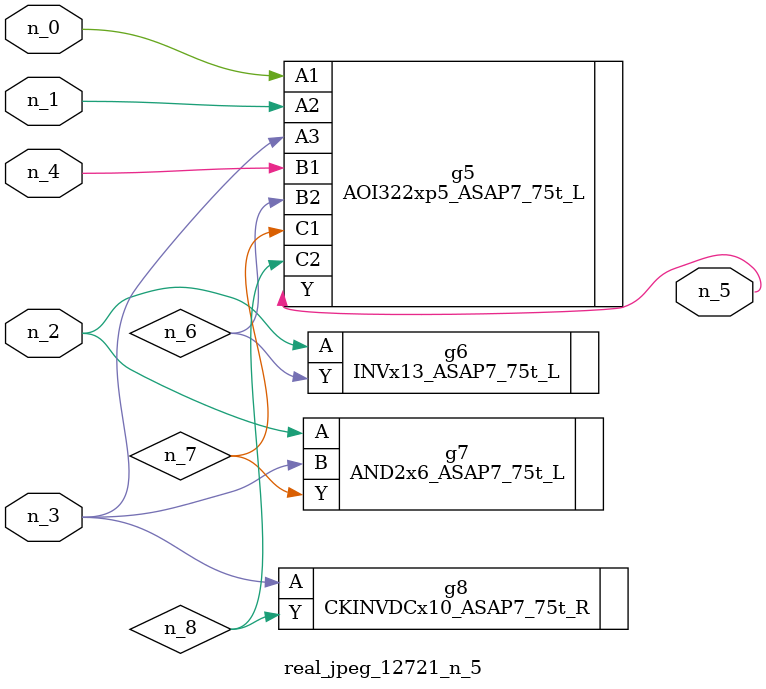
<source format=v>
module real_jpeg_12721_n_5 (n_4, n_0, n_1, n_2, n_3, n_5);

input n_4;
input n_0;
input n_1;
input n_2;
input n_3;

output n_5;

wire n_8;
wire n_6;
wire n_7;

AOI322xp5_ASAP7_75t_L g5 ( 
.A1(n_0),
.A2(n_1),
.A3(n_3),
.B1(n_4),
.B2(n_6),
.C1(n_7),
.C2(n_8),
.Y(n_5)
);

INVx13_ASAP7_75t_L g6 ( 
.A(n_2),
.Y(n_6)
);

AND2x6_ASAP7_75t_L g7 ( 
.A(n_2),
.B(n_3),
.Y(n_7)
);

CKINVDCx10_ASAP7_75t_R g8 ( 
.A(n_3),
.Y(n_8)
);


endmodule
</source>
